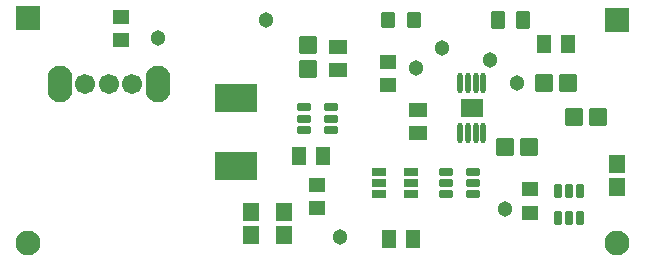
<source format=gts>
G04 Layer: TopSolderMaskLayer*
G04 EasyEDA v6.5.42, 2024-05-27 16:03:50*
G04 5a823164b2b14e8aa45e0a56d25f44cb,4b06660695a64fe3bf0f4e1e846abbee,10*
G04 Gerber Generator version 0.2*
G04 Scale: 100 percent, Rotated: No, Reflected: No *
G04 Dimensions in millimeters *
G04 leading zeros omitted , absolute positions ,4 integer and 5 decimal *
%FSLAX45Y45*%
%MOMM*%

%AMMACRO1*1,1,$1,$2,$3*1,1,$1,$4,$5*1,1,$1,0-$2,0-$3*1,1,$1,0-$4,0-$5*20,1,$1,$2,$3,$4,$5,0*20,1,$1,$4,$5,0-$2,0-$3,0*20,1,$1,0-$2,0-$3,0-$4,0-$5,0*20,1,$1,0-$4,0-$5,$2,$3,0*4,1,4,$2,$3,$4,$5,0-$2,0-$3,0-$4,0-$5,$2,$3,0*%
%ADD10MACRO1,0.1016X-0.705X-0.675X-0.705X0.675*%
%ADD11MACRO1,0.1016X0.705X-0.675X0.705X0.675*%
%ADD12R,1.4516X1.5116*%
%ADD13MACRO1,0.1016X0.705X0.675X0.705X-0.675*%
%ADD14MACRO1,0.1016X-0.705X0.675X-0.705X-0.675*%
%ADD15MACRO1,0.1016X0.5X0.6998X-0.5X0.6998*%
%ADD16MACRO1,0.1016X-0.5X0.6998X0.5X0.6998*%
%ADD17MACRO1,0.1016X-0.266X0.536X0.266X0.536*%
%ADD18MACRO1,0.102X0.55X-0.3X-0.55X-0.3*%
%ADD19MACRO1,0.1016X-0.5663X-0.6885X-0.5663X0.6885*%
%ADD20MACRO1,0.1016X0.5663X-0.6885X0.5663X0.6885*%
%ADD21MACRO1,0.1016X-0.6885X0.5663X0.6885X0.5663*%
%ADD22MACRO1,0.1016X-0.6885X-0.5663X0.6885X-0.5663*%
%ADD23R,1.4786X1.2341*%
%ADD24MACRO1,0.1016X0.5663X0.6885X0.5663X-0.6885*%
%ADD25MACRO1,0.1016X-0.5663X0.6885X-0.5663X-0.6885*%
%ADD26MACRO1,0.1016X0.5X-0.625X-0.5X-0.625*%
%ADD27MACRO1,0.1016X0.536X0.266X0.536X-0.266*%
%ADD28O,0.4656074X1.7635982000000001*%
%ADD29MACRO1,0.1016X-0.9X0.75X0.9X0.75*%
%ADD30C,2.1016*%
%ADD31MACRO1,0.1016X1.75X1.175X1.75X-1.175*%
%ADD32MACRO1,0.1016X-0.675X0.705X0.675X0.705*%
%ADD33MACRO1,0.1016X-0.675X-0.705X0.675X-0.705*%
%ADD34O,1.7015460000000002X1.7015968000000001*%
%ADD35O,2.101596X3.1015939999999995*%
%ADD36R,2.1016X2.1016*%
%ADD37C,1.3016*%

%LPD*%
D10*
G01*
X7328902.0Y3615900.0D03*
D11*
G01*
X7128897.0Y3615900.0D03*
D12*
G01*
X7495600.0Y3220600.0D03*
G01*
X7495600.0Y3020601.0D03*
D13*
G01*
X6544697.0Y3361900.0D03*
D14*
G01*
X6744702.0Y3361900.0D03*
D13*
G01*
X6874897.0Y3907999.0D03*
D14*
G01*
X7074902.0Y3907999.0D03*
D15*
G01*
X6698929.0Y4441400.0D03*
D16*
G01*
X6488870.0Y4441400.0D03*
D17*
G01*
X6994204.0Y2764391.0D03*
G01*
X7089200.0Y2764391.0D03*
G01*
X7184195.0Y2764391.0D03*
G01*
X7184195.0Y2994210.0D03*
G01*
X7089200.0Y2994210.0D03*
G01*
X6994204.0Y2994210.0D03*
D18*
G01*
X5480992.0Y2962104.0D03*
G01*
X5480992.0Y3057100.0D03*
G01*
X5480992.0Y3152097.0D03*
G01*
X5751003.0Y3152097.0D03*
G01*
X5751003.0Y3057100.0D03*
G01*
X5751003.0Y2962104.0D03*
D19*
G01*
X5766804.0Y2587200.0D03*
D20*
G01*
X5566795.0Y2587200.0D03*
D21*
G01*
X5806500.0Y3477796.0D03*
D22*
G01*
X5806500.0Y3677805.0D03*
D23*
G01*
X6759000.0Y3004700.0D03*
G01*
X6759000.0Y2804701.0D03*
G01*
X5552500.0Y4084199.0D03*
G01*
X5552500.0Y3884200.0D03*
D24*
G01*
X6874895.0Y4238200.0D03*
D25*
G01*
X7074904.0Y4238200.0D03*
D26*
G01*
X5776802.0Y4441410.0D03*
G01*
X5556787.0Y4441410.0D03*
D27*
G01*
X6047190.0Y3152096.0D03*
G01*
X6047190.0Y3057100.0D03*
G01*
X6047190.0Y2962104.0D03*
G01*
X6277009.0Y2962104.0D03*
G01*
X6277009.0Y3057100.0D03*
G01*
X6277009.0Y3152096.0D03*
D28*
G01*
X6166189.0Y3478994.0D03*
G01*
X6231213.0Y3478994.0D03*
G01*
X6296211.0Y3478994.0D03*
G01*
X6361210.0Y3478994.0D03*
G01*
X6166189.0Y3905205.0D03*
G01*
X6231213.0Y3905205.0D03*
G01*
X6296211.0Y3905205.0D03*
G01*
X6361210.0Y3905205.0D03*
D29*
G01*
X6263700.0Y3692099.0D03*
D30*
G01*
X7495600.0Y2549100.0D03*
D31*
G01*
X4269799.0Y3773893.0D03*
G01*
X4269799.0Y3203892.0D03*
D12*
G01*
X4396800.0Y2814200.0D03*
G01*
X4396800.0Y2614201.0D03*
G01*
X4676200.0Y2814200.0D03*
G01*
X4676200.0Y2614201.0D03*
D32*
G01*
X4879400.0Y4023897.0D03*
D33*
G01*
X4879400.0Y4223902.0D03*
D21*
G01*
X5133400.0Y4011195.0D03*
D22*
G01*
X5133400.0Y4211204.0D03*
D23*
G01*
X4955600.0Y3042800.0D03*
G01*
X4955600.0Y2842801.0D03*
D24*
G01*
X4804796.0Y3285700.0D03*
D25*
G01*
X5004805.0Y3285700.0D03*
D27*
G01*
X4840691.0Y3698196.0D03*
G01*
X4840691.0Y3603200.0D03*
G01*
X4840691.0Y3508204.0D03*
G01*
X5070510.0Y3508204.0D03*
G01*
X5070510.0Y3603200.0D03*
G01*
X5070510.0Y3698196.0D03*
D34*
G01*
X2990301.0Y3893699.0D03*
G01*
X3390300.0Y3893699.0D03*
G01*
X3190300.0Y3893699.0D03*
D35*
G01*
X3605311.0Y3893699.0D03*
G01*
X2775290.0Y3893699.0D03*
D23*
G01*
X3291900.0Y4465199.0D03*
G01*
X3291900.0Y4265200.0D03*
D36*
G01*
X7495600.0Y4441400.0D03*
D30*
G01*
X2504500.0Y2547500.0D03*
D36*
G01*
X2504500.0Y4454100.0D03*
D37*
G01*
X6009700.0Y4200100.0D03*
G01*
X3609400.0Y4289000.0D03*
G01*
X5146100.0Y2599900.0D03*
G01*
X5793800.0Y4035000.0D03*
G01*
X6416100.0Y4098500.0D03*
G01*
X6644700.0Y3908000.0D03*
G01*
X6543100.0Y2841200.0D03*
G01*
X4523800.0Y4441400.0D03*
M02*

</source>
